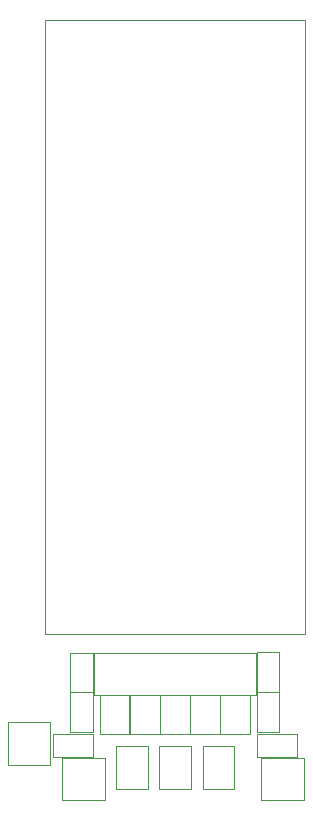
<source format=gbr>
%TF.GenerationSoftware,KiCad,Pcbnew,8.99.0-unknown-120b06f916~181~ubuntu22.04.1*%
%TF.CreationDate,2024-11-21T04:22:58-08:00*%
%TF.ProjectId,gb_video_pico_breakout,67625f76-6964-4656-9f5f-7069636f5f62,rev?*%
%TF.SameCoordinates,Original*%
%TF.FileFunction,Other,User*%
%FSLAX46Y46*%
G04 Gerber Fmt 4.6, Leading zero omitted, Abs format (unit mm)*
G04 Created by KiCad (PCBNEW 8.99.0-unknown-120b06f916~181~ubuntu22.04.1) date 2024-11-21 04:22:58*
%MOMM*%
%LPD*%
G01*
G04 APERTURE LIST*
%ADD10C,0.050000*%
%ADD11C,0.120000*%
G04 APERTURE END LIST*
D10*
%TO.C,TP3*%
X135750000Y-116150000D02*
X135750000Y-119750000D01*
X135750000Y-119750000D02*
X139350000Y-119750000D01*
X139350000Y-116150000D02*
X135750000Y-116150000D01*
X139350000Y-119750000D02*
X139350000Y-116150000D01*
%TO.C,TP2*%
X140350000Y-119150000D02*
X140350000Y-122750000D01*
X140350000Y-122750000D02*
X143950000Y-122750000D01*
X143950000Y-119150000D02*
X140350000Y-119150000D01*
X143950000Y-122750000D02*
X143950000Y-119150000D01*
%TO.C,C2*%
X139550000Y-117120000D02*
X142950000Y-117120000D01*
X139550000Y-119080000D02*
X139550000Y-117120000D01*
X142950000Y-117120000D02*
X142950000Y-119080000D01*
X142950000Y-119080000D02*
X139550000Y-119080000D01*
%TO.C,R4*%
X141050000Y-110257500D02*
X142950000Y-110257500D01*
X141050000Y-113617500D02*
X141050000Y-110257500D01*
X142950000Y-110257500D02*
X142950000Y-113617500D01*
X142950000Y-113617500D02*
X141050000Y-113617500D01*
%TO.C,JP1*%
X143550000Y-117150000D02*
X143550000Y-113850000D01*
X143550000Y-117150000D02*
X146050000Y-117150000D01*
X146050000Y-113850000D02*
X143550000Y-113850000D01*
X146050000Y-113850000D02*
X146050000Y-117150000D01*
%TO.C,U1*%
X144940833Y-118200000D02*
X147590833Y-118200000D01*
X144940833Y-121800000D02*
X144940833Y-118200000D01*
X147590833Y-118200000D02*
X147590833Y-121800000D01*
X147590833Y-121800000D02*
X144940833Y-121800000D01*
%TO.C,D1*%
X156850000Y-113595000D02*
X158750000Y-113595000D01*
X156850000Y-116955000D02*
X156850000Y-113595000D01*
X158750000Y-113595000D02*
X158750000Y-116955000D01*
X158750000Y-116955000D02*
X156850000Y-116955000D01*
%TO.C,TP1*%
X157200000Y-119150000D02*
X157200000Y-122750000D01*
X157200000Y-122750000D02*
X160800000Y-122750000D01*
X160800000Y-119150000D02*
X157200000Y-119150000D01*
X160800000Y-122750000D02*
X160800000Y-119150000D01*
%TO.C,JP2*%
X146100000Y-117150000D02*
X146100000Y-113850000D01*
X146100000Y-117150000D02*
X148600000Y-117150000D01*
X148600000Y-113850000D02*
X146100000Y-113850000D01*
X148600000Y-113850000D02*
X148600000Y-117150000D01*
D11*
%TO.C,U4*%
X138915833Y-56700000D02*
X160915833Y-56700000D01*
X138915833Y-108700000D02*
X138915833Y-56700000D01*
X160915833Y-56700000D02*
X160915833Y-108700000D01*
X160915833Y-108700000D02*
X138915833Y-108700000D01*
D10*
%TO.C,JP3*%
X148650000Y-117150000D02*
X148650000Y-113850000D01*
X148650000Y-117150000D02*
X151150000Y-117150000D01*
X151150000Y-113850000D02*
X148650000Y-113850000D01*
X151150000Y-113850000D02*
X151150000Y-117150000D01*
%TO.C,U2*%
X148590833Y-118200000D02*
X151240833Y-118200000D01*
X148590833Y-121800000D02*
X148590833Y-118200000D01*
X151240833Y-118200000D02*
X151240833Y-121800000D01*
X151240833Y-121800000D02*
X148590833Y-121800000D01*
%TO.C,U3*%
X152240833Y-118200000D02*
X154890833Y-118200000D01*
X152240833Y-121800000D02*
X152240833Y-118200000D01*
X154890833Y-118200000D02*
X154890833Y-121800000D01*
X154890833Y-121800000D02*
X152240833Y-121800000D01*
%TO.C,R3*%
X156850000Y-110220000D02*
X158750000Y-110220000D01*
X156850000Y-113580000D02*
X156850000Y-110220000D01*
X158750000Y-110220000D02*
X158750000Y-113580000D01*
X158750000Y-113580000D02*
X156850000Y-113580000D01*
%TO.C,JP5*%
X153750000Y-117150000D02*
X153750000Y-113850000D01*
X153750000Y-117150000D02*
X156250000Y-117150000D01*
X156250000Y-113850000D02*
X153750000Y-113850000D01*
X156250000Y-113850000D02*
X156250000Y-117150000D01*
%TO.C,C1*%
X156850000Y-117120000D02*
X160250000Y-117120000D01*
X156850000Y-119080000D02*
X156850000Y-117120000D01*
X160250000Y-117120000D02*
X160250000Y-119080000D01*
X160250000Y-119080000D02*
X156850000Y-119080000D01*
%TO.C,J1*%
X143040833Y-110250000D02*
X143040833Y-113850000D01*
X143040833Y-113850000D02*
X156790833Y-113850000D01*
X156790833Y-110250000D02*
X143040833Y-110250000D01*
X156790833Y-113850000D02*
X156790833Y-110250000D01*
%TO.C,D2*%
X141050000Y-113620000D02*
X142950000Y-113620000D01*
X141050000Y-116980000D02*
X141050000Y-113620000D01*
X142950000Y-113620000D02*
X142950000Y-116980000D01*
X142950000Y-116980000D02*
X141050000Y-116980000D01*
%TO.C,JP4*%
X151200000Y-117150000D02*
X151200000Y-113850000D01*
X151200000Y-117150000D02*
X153700000Y-117150000D01*
X153700000Y-113850000D02*
X151200000Y-113850000D01*
X153700000Y-113850000D02*
X153700000Y-117150000D01*
%TD*%
M02*

</source>
